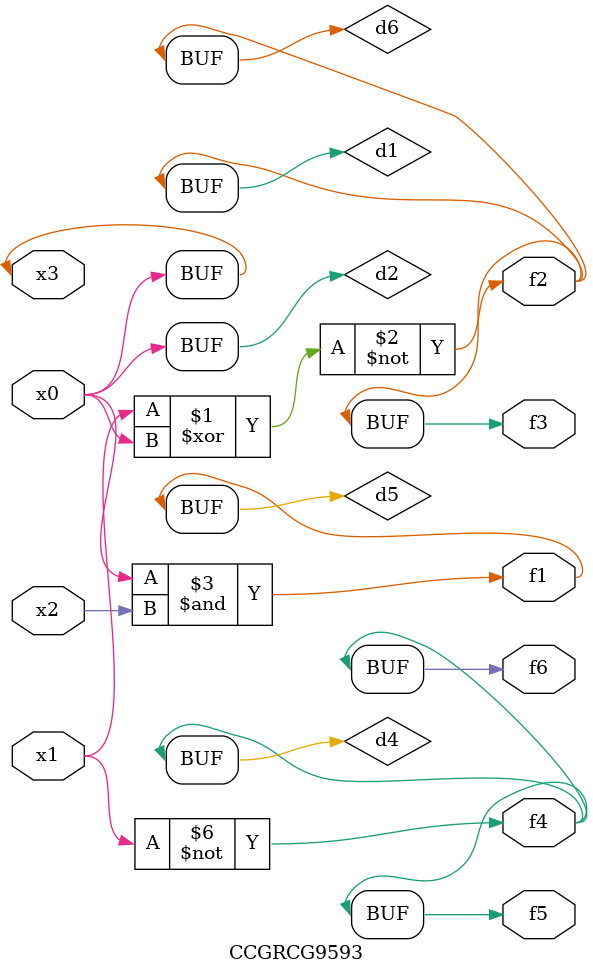
<source format=v>
module CCGRCG9593(
	input x0, x1, x2, x3,
	output f1, f2, f3, f4, f5, f6
);

	wire d1, d2, d3, d4, d5, d6;

	xnor (d1, x1, x3);
	buf (d2, x0, x3);
	nand (d3, x0, x2);
	not (d4, x1);
	nand (d5, d3);
	or (d6, d1);
	assign f1 = d5;
	assign f2 = d6;
	assign f3 = d6;
	assign f4 = d4;
	assign f5 = d4;
	assign f6 = d4;
endmodule

</source>
